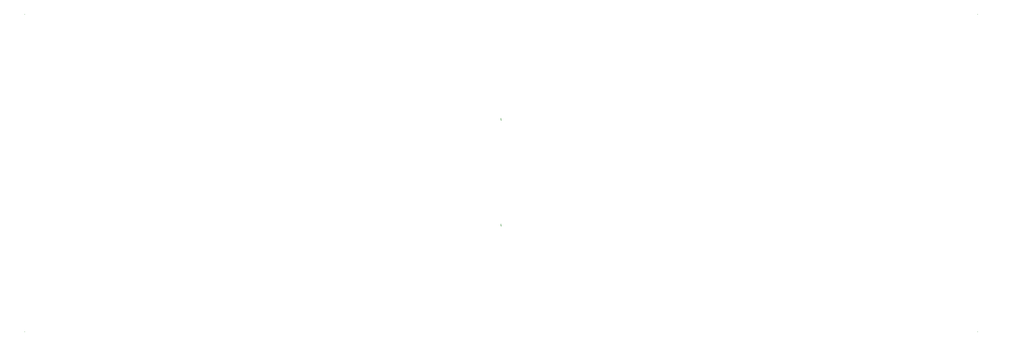
<source format=gto>
G04 #@! TF.GenerationSoftware,KiCad,Pcbnew,(5.1.10-1-10_14)*
G04 #@! TF.CreationDate,2021-10-07T22:12:16+10:00*
G04 #@! TF.ProjectId,WTL-62-TOP,57544c2d-3632-42d5-944f-502e6b696361,rev?*
G04 #@! TF.SameCoordinates,Original*
G04 #@! TF.FileFunction,Legend,Top*
G04 #@! TF.FilePolarity,Positive*
%FSLAX46Y46*%
G04 Gerber Fmt 4.6, Leading zero omitted, Abs format (unit mm)*
G04 Created by KiCad (PCBNEW (5.1.10-1-10_14)) date 2021-10-07 22:12:16*
%MOMM*%
%LPD*%
G01*
G04 APERTURE LIST*
%ADD10C,0.150000*%
%ADD11O,3.048000X0.304800*%
%ADD12O,6.654800X0.304800*%
%ADD13O,0.304800X12.293600*%
%ADD14O,0.304800X2.794000*%
%ADD15O,0.304800X1.473200*%
%ADD16O,1.168400X0.304800*%
%ADD17C,4.200000*%
G04 APERTURE END LIST*
D10*
X148685416Y-143827380D02*
X148352083Y-143351190D01*
X148113988Y-143827380D02*
X148113988Y-142827380D01*
X148494940Y-142827380D01*
X148590178Y-142875000D01*
X148637797Y-142922619D01*
X148685416Y-143017857D01*
X148685416Y-143160714D01*
X148637797Y-143255952D01*
X148590178Y-143303571D01*
X148494940Y-143351190D01*
X148113988Y-143351190D01*
X149113988Y-143303571D02*
X149447321Y-143303571D01*
X149590178Y-143827380D02*
X149113988Y-143827380D01*
X149113988Y-142827380D01*
X149590178Y-142827380D01*
X150352083Y-143303571D02*
X150018750Y-143303571D01*
X150018750Y-143827380D02*
X150018750Y-142827380D01*
X150494940Y-142827380D01*
X151018750Y-142827380D02*
X151018750Y-143065476D01*
X150780654Y-142970238D02*
X151018750Y-143065476D01*
X151256845Y-142970238D01*
X150875892Y-143255952D02*
X151018750Y-143065476D01*
X151161607Y-143255952D01*
X151780654Y-142827380D02*
X151780654Y-143065476D01*
X151542559Y-142970238D02*
X151780654Y-143065476D01*
X152018750Y-142970238D01*
X151637797Y-143255952D02*
X151780654Y-143065476D01*
X151923511Y-143255952D01*
X148685416Y-124777380D02*
X148352083Y-124301190D01*
X148113988Y-124777380D02*
X148113988Y-123777380D01*
X148494940Y-123777380D01*
X148590178Y-123825000D01*
X148637797Y-123872619D01*
X148685416Y-123967857D01*
X148685416Y-124110714D01*
X148637797Y-124205952D01*
X148590178Y-124253571D01*
X148494940Y-124301190D01*
X148113988Y-124301190D01*
X149113988Y-124253571D02*
X149447321Y-124253571D01*
X149590178Y-124777380D02*
X149113988Y-124777380D01*
X149113988Y-123777380D01*
X149590178Y-123777380D01*
X150352083Y-124253571D02*
X150018750Y-124253571D01*
X150018750Y-124777380D02*
X150018750Y-123777380D01*
X150494940Y-123777380D01*
X151018750Y-123777380D02*
X151018750Y-124015476D01*
X150780654Y-123920238D02*
X151018750Y-124015476D01*
X151256845Y-123920238D01*
X150875892Y-124205952D02*
X151018750Y-124015476D01*
X151161607Y-124205952D01*
X151780654Y-123777380D02*
X151780654Y-124015476D01*
X151542559Y-123920238D02*
X151780654Y-124015476D01*
X152018750Y-123920238D01*
X151637797Y-124205952D02*
X151780654Y-124015476D01*
X151923511Y-124205952D01*
X234410416Y-105727380D02*
X234077083Y-105251190D01*
X233838988Y-105727380D02*
X233838988Y-104727380D01*
X234219940Y-104727380D01*
X234315178Y-104775000D01*
X234362797Y-104822619D01*
X234410416Y-104917857D01*
X234410416Y-105060714D01*
X234362797Y-105155952D01*
X234315178Y-105203571D01*
X234219940Y-105251190D01*
X233838988Y-105251190D01*
X234838988Y-105203571D02*
X235172321Y-105203571D01*
X235315178Y-105727380D02*
X234838988Y-105727380D01*
X234838988Y-104727380D01*
X235315178Y-104727380D01*
X236077083Y-105203571D02*
X235743750Y-105203571D01*
X235743750Y-105727380D02*
X235743750Y-104727380D01*
X236219940Y-104727380D01*
X236743750Y-104727380D02*
X236743750Y-104965476D01*
X236505654Y-104870238D02*
X236743750Y-104965476D01*
X236981845Y-104870238D01*
X236600892Y-105155952D02*
X236743750Y-104965476D01*
X236886607Y-105155952D01*
X237505654Y-104727380D02*
X237505654Y-104965476D01*
X237267559Y-104870238D02*
X237505654Y-104965476D01*
X237743750Y-104870238D01*
X237362797Y-105155952D02*
X237505654Y-104965476D01*
X237648511Y-105155952D01*
X234410416Y-162877380D02*
X234077083Y-162401190D01*
X233838988Y-162877380D02*
X233838988Y-161877380D01*
X234219940Y-161877380D01*
X234315178Y-161925000D01*
X234362797Y-161972619D01*
X234410416Y-162067857D01*
X234410416Y-162210714D01*
X234362797Y-162305952D01*
X234315178Y-162353571D01*
X234219940Y-162401190D01*
X233838988Y-162401190D01*
X234838988Y-162353571D02*
X235172321Y-162353571D01*
X235315178Y-162877380D02*
X234838988Y-162877380D01*
X234838988Y-161877380D01*
X235315178Y-161877380D01*
X236077083Y-162353571D02*
X235743750Y-162353571D01*
X235743750Y-162877380D02*
X235743750Y-161877380D01*
X236219940Y-161877380D01*
X236743750Y-161877380D02*
X236743750Y-162115476D01*
X236505654Y-162020238D02*
X236743750Y-162115476D01*
X236981845Y-162020238D01*
X236600892Y-162305952D02*
X236743750Y-162115476D01*
X236886607Y-162305952D01*
X237505654Y-161877380D02*
X237505654Y-162115476D01*
X237267559Y-162020238D02*
X237505654Y-162115476D01*
X237743750Y-162020238D01*
X237362797Y-162305952D02*
X237505654Y-162115476D01*
X237648511Y-162305952D01*
X62960416Y-162877380D02*
X62627083Y-162401190D01*
X62388988Y-162877380D02*
X62388988Y-161877380D01*
X62769940Y-161877380D01*
X62865178Y-161925000D01*
X62912797Y-161972619D01*
X62960416Y-162067857D01*
X62960416Y-162210714D01*
X62912797Y-162305952D01*
X62865178Y-162353571D01*
X62769940Y-162401190D01*
X62388988Y-162401190D01*
X63388988Y-162353571D02*
X63722321Y-162353571D01*
X63865178Y-162877380D02*
X63388988Y-162877380D01*
X63388988Y-161877380D01*
X63865178Y-161877380D01*
X64627083Y-162353571D02*
X64293750Y-162353571D01*
X64293750Y-162877380D02*
X64293750Y-161877380D01*
X64769940Y-161877380D01*
X65293750Y-161877380D02*
X65293750Y-162115476D01*
X65055654Y-162020238D02*
X65293750Y-162115476D01*
X65531845Y-162020238D01*
X65150892Y-162305952D02*
X65293750Y-162115476D01*
X65436607Y-162305952D01*
X66055654Y-161877380D02*
X66055654Y-162115476D01*
X65817559Y-162020238D02*
X66055654Y-162115476D01*
X66293750Y-162020238D01*
X65912797Y-162305952D02*
X66055654Y-162115476D01*
X66198511Y-162305952D01*
X62960416Y-105727380D02*
X62627083Y-105251190D01*
X62388988Y-105727380D02*
X62388988Y-104727380D01*
X62769940Y-104727380D01*
X62865178Y-104775000D01*
X62912797Y-104822619D01*
X62960416Y-104917857D01*
X62960416Y-105060714D01*
X62912797Y-105155952D01*
X62865178Y-105203571D01*
X62769940Y-105251190D01*
X62388988Y-105251190D01*
X63388988Y-105203571D02*
X63722321Y-105203571D01*
X63865178Y-105727380D02*
X63388988Y-105727380D01*
X63388988Y-104727380D01*
X63865178Y-104727380D01*
X64627083Y-105203571D02*
X64293750Y-105203571D01*
X64293750Y-105727380D02*
X64293750Y-104727380D01*
X64769940Y-104727380D01*
X65293750Y-104727380D02*
X65293750Y-104965476D01*
X65055654Y-104870238D02*
X65293750Y-104965476D01*
X65531845Y-104870238D01*
X65150892Y-105155952D02*
X65293750Y-104965476D01*
X65436607Y-105155952D01*
X66055654Y-104727380D02*
X66055654Y-104965476D01*
X65817559Y-104870238D02*
X66055654Y-104965476D01*
X66293750Y-104870238D01*
X65912797Y-105155952D02*
X66055654Y-104965476D01*
X66198511Y-105155952D01*
%LPC*%
D11*
X171481750Y-179222400D03*
D12*
X171481750Y-165912800D03*
D13*
X168306750Y-171907200D03*
D12*
X171481750Y-177901600D03*
D13*
X174656750Y-171907200D03*
D14*
X175520350Y-170561000D03*
D15*
X170110150Y-178562000D03*
D16*
X175088550Y-169316400D03*
D15*
X172853350Y-178562000D03*
D16*
X175088550Y-171805600D03*
D12*
X147605750Y-165912800D03*
D16*
X143998950Y-169316400D03*
D14*
X143567150Y-170561000D03*
D13*
X144430750Y-171907200D03*
X150780750Y-171907200D03*
D12*
X147605750Y-177901600D03*
D16*
X143998950Y-171805600D03*
D15*
X146234150Y-178562000D03*
X148977350Y-178562000D03*
D11*
X147605750Y-179222400D03*
X90455750Y-179222400D03*
D15*
X91827350Y-178562000D03*
X89084150Y-178562000D03*
D16*
X86848950Y-171805600D03*
D12*
X90455750Y-177901600D03*
D13*
X93630750Y-171907200D03*
X87280750Y-171907200D03*
D14*
X86417150Y-170561000D03*
D16*
X86848950Y-169316400D03*
D12*
X90455750Y-165912800D03*
D16*
X117938550Y-171805600D03*
D15*
X115703350Y-178562000D03*
D16*
X117938550Y-169316400D03*
D15*
X112960150Y-178562000D03*
D14*
X118370350Y-170561000D03*
D13*
X117506750Y-171907200D03*
D12*
X114331750Y-177901600D03*
D13*
X111156750Y-171907200D03*
D12*
X114331750Y-165912800D03*
D11*
X114331750Y-179222400D03*
D17*
X150018750Y-142875000D03*
X150018750Y-123825000D03*
X235743750Y-104775000D03*
X235743750Y-161925000D03*
X64293750Y-161925000D03*
X64293750Y-104775000D03*
M02*

</source>
